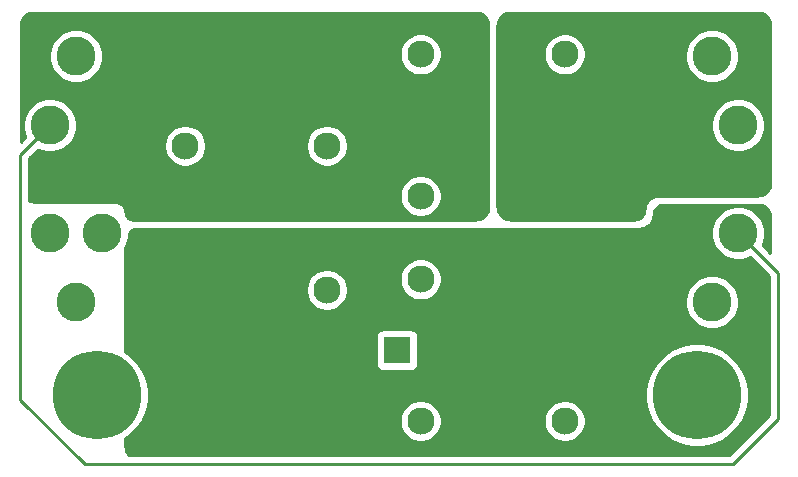
<source format=gtl>
%TF.GenerationSoftware,KiCad,Pcbnew,(5.1.6)-1*%
%TF.CreationDate,2020-12-09T16:37:23-06:00*%
%TF.ProjectId,WiperModule,57697065-724d-46f6-9475-6c652e6b6963,rev?*%
%TF.SameCoordinates,Original*%
%TF.FileFunction,Copper,L1,Top*%
%TF.FilePolarity,Positive*%
%FSLAX46Y46*%
G04 Gerber Fmt 4.6, Leading zero omitted, Abs format (unit mm)*
G04 Created by KiCad (PCBNEW (5.1.6)-1) date 2020-12-09 16:37:23*
%MOMM*%
%LPD*%
G01*
G04 APERTURE LIST*
%TA.AperFunction,ComponentPad*%
%ADD10C,2.300000*%
%TD*%
%TA.AperFunction,ComponentPad*%
%ADD11R,2.300000X2.300000*%
%TD*%
%TA.AperFunction,WasherPad*%
%ADD12C,3.302000*%
%TD*%
%TA.AperFunction,ComponentPad*%
%ADD13C,3.302000*%
%TD*%
%TA.AperFunction,ComponentPad*%
%ADD14C,7.500000*%
%TD*%
%TA.AperFunction,Conductor*%
%ADD15C,0.250000*%
%TD*%
%TA.AperFunction,Conductor*%
%ADD16C,0.254000*%
%TD*%
G04 APERTURE END LIST*
D10*
X160250000Y-99410000D03*
X160250000Y-111410000D03*
X148050000Y-99410000D03*
X148050000Y-111410000D03*
D11*
X146050000Y-105410000D03*
D10*
X160250000Y-80360000D03*
X160250000Y-92360000D03*
X148050000Y-80360000D03*
X148050000Y-92360000D03*
D11*
X146050000Y-86360000D03*
D10*
X140112000Y-100306000D03*
X128112000Y-100306000D03*
X140112000Y-88106000D03*
X128112000Y-88106000D03*
D11*
X134112000Y-86106000D03*
D12*
X118872000Y-101346000D03*
X118872000Y-80518000D03*
D13*
X121094500Y-86372700D03*
X116649500Y-86372700D03*
X116649500Y-95491300D03*
X121094500Y-95491300D03*
D12*
X172720000Y-80518000D03*
X172720000Y-101346000D03*
D13*
X170497500Y-95491300D03*
X174942500Y-95491300D03*
X174942500Y-86372700D03*
X170497500Y-86372700D03*
D14*
X120650000Y-109220000D03*
X171450000Y-109220000D03*
D15*
X114173000Y-88849200D02*
X116649500Y-86372700D01*
X114173000Y-109601000D02*
X114173000Y-88849200D01*
X178308000Y-98856800D02*
X178308000Y-111252000D01*
X178308000Y-111252000D02*
X174498000Y-115062000D01*
X119634000Y-115062000D02*
X114173000Y-109601000D01*
X174942500Y-95491300D02*
X178308000Y-98856800D01*
X174498000Y-115062000D02*
X119634000Y-115062000D01*
D16*
G36*
X176920765Y-76904388D02*
G01*
X177101260Y-76988555D01*
X177264390Y-77102780D01*
X177405220Y-77243610D01*
X177519445Y-77406740D01*
X177603612Y-77587235D01*
X177655157Y-77779605D01*
X177673000Y-77983548D01*
X177673000Y-91180452D01*
X177655157Y-91384395D01*
X177603612Y-91576765D01*
X177519445Y-91757260D01*
X177405220Y-91920390D01*
X177264390Y-92061220D01*
X177101260Y-92175445D01*
X176920765Y-92259612D01*
X176728395Y-92311157D01*
X176524452Y-92329000D01*
X168148000Y-92329000D01*
X168135552Y-92329612D01*
X167937340Y-92349134D01*
X167912922Y-92353991D01*
X167722328Y-92411807D01*
X167699326Y-92421334D01*
X167523673Y-92515223D01*
X167502973Y-92529055D01*
X167349012Y-92655408D01*
X167331408Y-92673012D01*
X167205055Y-92826973D01*
X167191223Y-92847673D01*
X167097334Y-93023326D01*
X167087807Y-93046328D01*
X167029991Y-93236922D01*
X167025134Y-93261340D01*
X166987316Y-93645316D01*
X166936763Y-93811966D01*
X166854664Y-93965562D01*
X166744183Y-94100183D01*
X166609562Y-94210664D01*
X166455966Y-94292763D01*
X166289316Y-94343316D01*
X166109766Y-94361000D01*
X155707548Y-94361000D01*
X155503605Y-94343157D01*
X155311235Y-94291612D01*
X155130740Y-94207445D01*
X154967610Y-94093220D01*
X154826780Y-93952390D01*
X154712555Y-93789260D01*
X154628388Y-93608765D01*
X154576843Y-93416395D01*
X154559000Y-93212452D01*
X154559000Y-86147549D01*
X172656500Y-86147549D01*
X172656500Y-86597851D01*
X172744350Y-87039502D01*
X172916673Y-87455527D01*
X173166848Y-87829940D01*
X173485260Y-88148352D01*
X173859673Y-88398527D01*
X174275698Y-88570850D01*
X174717349Y-88658700D01*
X175167651Y-88658700D01*
X175609302Y-88570850D01*
X176025327Y-88398527D01*
X176399740Y-88148352D01*
X176718152Y-87829940D01*
X176968327Y-87455527D01*
X177140650Y-87039502D01*
X177228500Y-86597851D01*
X177228500Y-86147549D01*
X177140650Y-85705898D01*
X176968327Y-85289873D01*
X176718152Y-84915460D01*
X176399740Y-84597048D01*
X176025327Y-84346873D01*
X175609302Y-84174550D01*
X175167651Y-84086700D01*
X174717349Y-84086700D01*
X174275698Y-84174550D01*
X173859673Y-84346873D01*
X173485260Y-84597048D01*
X173166848Y-84915460D01*
X172916673Y-85289873D01*
X172744350Y-85705898D01*
X172656500Y-86147549D01*
X154559000Y-86147549D01*
X154559000Y-80184193D01*
X158465000Y-80184193D01*
X158465000Y-80535807D01*
X158533596Y-80880665D01*
X158668153Y-81205515D01*
X158863500Y-81497871D01*
X159112129Y-81746500D01*
X159404485Y-81941847D01*
X159729335Y-82076404D01*
X160074193Y-82145000D01*
X160425807Y-82145000D01*
X160770665Y-82076404D01*
X161095515Y-81941847D01*
X161387871Y-81746500D01*
X161636500Y-81497871D01*
X161831847Y-81205515D01*
X161966404Y-80880665D01*
X162035000Y-80535807D01*
X162035000Y-80292849D01*
X170434000Y-80292849D01*
X170434000Y-80743151D01*
X170521850Y-81184802D01*
X170694173Y-81600827D01*
X170944348Y-81975240D01*
X171262760Y-82293652D01*
X171637173Y-82543827D01*
X172053198Y-82716150D01*
X172494849Y-82804000D01*
X172945151Y-82804000D01*
X173386802Y-82716150D01*
X173802827Y-82543827D01*
X174177240Y-82293652D01*
X174495652Y-81975240D01*
X174745827Y-81600827D01*
X174918150Y-81184802D01*
X175006000Y-80743151D01*
X175006000Y-80292849D01*
X174918150Y-79851198D01*
X174745827Y-79435173D01*
X174495652Y-79060760D01*
X174177240Y-78742348D01*
X173802827Y-78492173D01*
X173386802Y-78319850D01*
X172945151Y-78232000D01*
X172494849Y-78232000D01*
X172053198Y-78319850D01*
X171637173Y-78492173D01*
X171262760Y-78742348D01*
X170944348Y-79060760D01*
X170694173Y-79435173D01*
X170521850Y-79851198D01*
X170434000Y-80292849D01*
X162035000Y-80292849D01*
X162035000Y-80184193D01*
X161966404Y-79839335D01*
X161831847Y-79514485D01*
X161636500Y-79222129D01*
X161387871Y-78973500D01*
X161095515Y-78778153D01*
X160770665Y-78643596D01*
X160425807Y-78575000D01*
X160074193Y-78575000D01*
X159729335Y-78643596D01*
X159404485Y-78778153D01*
X159112129Y-78973500D01*
X158863500Y-79222129D01*
X158668153Y-79514485D01*
X158533596Y-79839335D01*
X158465000Y-80184193D01*
X154559000Y-80184193D01*
X154559000Y-77983548D01*
X154576843Y-77779605D01*
X154628388Y-77587235D01*
X154712555Y-77406740D01*
X154826780Y-77243610D01*
X154967610Y-77102780D01*
X155130740Y-76988555D01*
X155311235Y-76904388D01*
X155476895Y-76860000D01*
X176755105Y-76860000D01*
X176920765Y-76904388D01*
G37*
X176920765Y-76904388D02*
X177101260Y-76988555D01*
X177264390Y-77102780D01*
X177405220Y-77243610D01*
X177519445Y-77406740D01*
X177603612Y-77587235D01*
X177655157Y-77779605D01*
X177673000Y-77983548D01*
X177673000Y-91180452D01*
X177655157Y-91384395D01*
X177603612Y-91576765D01*
X177519445Y-91757260D01*
X177405220Y-91920390D01*
X177264390Y-92061220D01*
X177101260Y-92175445D01*
X176920765Y-92259612D01*
X176728395Y-92311157D01*
X176524452Y-92329000D01*
X168148000Y-92329000D01*
X168135552Y-92329612D01*
X167937340Y-92349134D01*
X167912922Y-92353991D01*
X167722328Y-92411807D01*
X167699326Y-92421334D01*
X167523673Y-92515223D01*
X167502973Y-92529055D01*
X167349012Y-92655408D01*
X167331408Y-92673012D01*
X167205055Y-92826973D01*
X167191223Y-92847673D01*
X167097334Y-93023326D01*
X167087807Y-93046328D01*
X167029991Y-93236922D01*
X167025134Y-93261340D01*
X166987316Y-93645316D01*
X166936763Y-93811966D01*
X166854664Y-93965562D01*
X166744183Y-94100183D01*
X166609562Y-94210664D01*
X166455966Y-94292763D01*
X166289316Y-94343316D01*
X166109766Y-94361000D01*
X155707548Y-94361000D01*
X155503605Y-94343157D01*
X155311235Y-94291612D01*
X155130740Y-94207445D01*
X154967610Y-94093220D01*
X154826780Y-93952390D01*
X154712555Y-93789260D01*
X154628388Y-93608765D01*
X154576843Y-93416395D01*
X154559000Y-93212452D01*
X154559000Y-86147549D01*
X172656500Y-86147549D01*
X172656500Y-86597851D01*
X172744350Y-87039502D01*
X172916673Y-87455527D01*
X173166848Y-87829940D01*
X173485260Y-88148352D01*
X173859673Y-88398527D01*
X174275698Y-88570850D01*
X174717349Y-88658700D01*
X175167651Y-88658700D01*
X175609302Y-88570850D01*
X176025327Y-88398527D01*
X176399740Y-88148352D01*
X176718152Y-87829940D01*
X176968327Y-87455527D01*
X177140650Y-87039502D01*
X177228500Y-86597851D01*
X177228500Y-86147549D01*
X177140650Y-85705898D01*
X176968327Y-85289873D01*
X176718152Y-84915460D01*
X176399740Y-84597048D01*
X176025327Y-84346873D01*
X175609302Y-84174550D01*
X175167651Y-84086700D01*
X174717349Y-84086700D01*
X174275698Y-84174550D01*
X173859673Y-84346873D01*
X173485260Y-84597048D01*
X173166848Y-84915460D01*
X172916673Y-85289873D01*
X172744350Y-85705898D01*
X172656500Y-86147549D01*
X154559000Y-86147549D01*
X154559000Y-80184193D01*
X158465000Y-80184193D01*
X158465000Y-80535807D01*
X158533596Y-80880665D01*
X158668153Y-81205515D01*
X158863500Y-81497871D01*
X159112129Y-81746500D01*
X159404485Y-81941847D01*
X159729335Y-82076404D01*
X160074193Y-82145000D01*
X160425807Y-82145000D01*
X160770665Y-82076404D01*
X161095515Y-81941847D01*
X161387871Y-81746500D01*
X161636500Y-81497871D01*
X161831847Y-81205515D01*
X161966404Y-80880665D01*
X162035000Y-80535807D01*
X162035000Y-80292849D01*
X170434000Y-80292849D01*
X170434000Y-80743151D01*
X170521850Y-81184802D01*
X170694173Y-81600827D01*
X170944348Y-81975240D01*
X171262760Y-82293652D01*
X171637173Y-82543827D01*
X172053198Y-82716150D01*
X172494849Y-82804000D01*
X172945151Y-82804000D01*
X173386802Y-82716150D01*
X173802827Y-82543827D01*
X174177240Y-82293652D01*
X174495652Y-81975240D01*
X174745827Y-81600827D01*
X174918150Y-81184802D01*
X175006000Y-80743151D01*
X175006000Y-80292849D01*
X174918150Y-79851198D01*
X174745827Y-79435173D01*
X174495652Y-79060760D01*
X174177240Y-78742348D01*
X173802827Y-78492173D01*
X173386802Y-78319850D01*
X172945151Y-78232000D01*
X172494849Y-78232000D01*
X172053198Y-78319850D01*
X171637173Y-78492173D01*
X171262760Y-78742348D01*
X170944348Y-79060760D01*
X170694173Y-79435173D01*
X170521850Y-79851198D01*
X170434000Y-80292849D01*
X162035000Y-80292849D01*
X162035000Y-80184193D01*
X161966404Y-79839335D01*
X161831847Y-79514485D01*
X161636500Y-79222129D01*
X161387871Y-78973500D01*
X161095515Y-78778153D01*
X160770665Y-78643596D01*
X160425807Y-78575000D01*
X160074193Y-78575000D01*
X159729335Y-78643596D01*
X159404485Y-78778153D01*
X159112129Y-78973500D01*
X158863500Y-79222129D01*
X158668153Y-79514485D01*
X158533596Y-79839335D01*
X158465000Y-80184193D01*
X154559000Y-80184193D01*
X154559000Y-77983548D01*
X154576843Y-77779605D01*
X154628388Y-77587235D01*
X154712555Y-77406740D01*
X154826780Y-77243610D01*
X154967610Y-77102780D01*
X155130740Y-76988555D01*
X155311235Y-76904388D01*
X155476895Y-76860000D01*
X176755105Y-76860000D01*
X176920765Y-76904388D01*
G36*
X176728395Y-93108843D02*
G01*
X176920765Y-93160388D01*
X177101260Y-93244555D01*
X177264390Y-93358780D01*
X177405220Y-93499610D01*
X177519445Y-93662740D01*
X177603612Y-93843235D01*
X177655157Y-94035605D01*
X177673000Y-94239548D01*
X177673000Y-97146998D01*
X177006931Y-96480929D01*
X177140650Y-96158102D01*
X177228500Y-95716451D01*
X177228500Y-95266149D01*
X177140650Y-94824498D01*
X176968327Y-94408473D01*
X176718152Y-94034060D01*
X176399740Y-93715648D01*
X176025327Y-93465473D01*
X175609302Y-93293150D01*
X175167651Y-93205300D01*
X174717349Y-93205300D01*
X174275698Y-93293150D01*
X173859673Y-93465473D01*
X173485260Y-93715648D01*
X173166848Y-94034060D01*
X172916673Y-94408473D01*
X172744350Y-94824498D01*
X172656500Y-95266149D01*
X172656500Y-95716451D01*
X172744350Y-96158102D01*
X172916673Y-96574127D01*
X173166848Y-96948540D01*
X173485260Y-97266952D01*
X173859673Y-97517127D01*
X174275698Y-97689450D01*
X174717349Y-97777300D01*
X175167651Y-97777300D01*
X175609302Y-97689450D01*
X175932129Y-97555731D01*
X177548000Y-99171602D01*
X177548001Y-110937197D01*
X174183199Y-114302000D01*
X123360390Y-114302000D01*
X123330780Y-114272390D01*
X123216555Y-114109260D01*
X123132388Y-113928765D01*
X123080843Y-113736395D01*
X123063000Y-113532452D01*
X123063000Y-112881479D01*
X123445274Y-112626052D01*
X124056052Y-112015274D01*
X124535936Y-111297076D01*
X124561983Y-111234193D01*
X146265000Y-111234193D01*
X146265000Y-111585807D01*
X146333596Y-111930665D01*
X146468153Y-112255515D01*
X146663500Y-112547871D01*
X146912129Y-112796500D01*
X147204485Y-112991847D01*
X147529335Y-113126404D01*
X147874193Y-113195000D01*
X148225807Y-113195000D01*
X148570665Y-113126404D01*
X148895515Y-112991847D01*
X149187871Y-112796500D01*
X149436500Y-112547871D01*
X149631847Y-112255515D01*
X149766404Y-111930665D01*
X149835000Y-111585807D01*
X149835000Y-111234193D01*
X158465000Y-111234193D01*
X158465000Y-111585807D01*
X158533596Y-111930665D01*
X158668153Y-112255515D01*
X158863500Y-112547871D01*
X159112129Y-112796500D01*
X159404485Y-112991847D01*
X159729335Y-113126404D01*
X160074193Y-113195000D01*
X160425807Y-113195000D01*
X160770665Y-113126404D01*
X161095515Y-112991847D01*
X161387871Y-112796500D01*
X161636500Y-112547871D01*
X161831847Y-112255515D01*
X161966404Y-111930665D01*
X162035000Y-111585807D01*
X162035000Y-111234193D01*
X161966404Y-110889335D01*
X161831847Y-110564485D01*
X161636500Y-110272129D01*
X161387871Y-110023500D01*
X161095515Y-109828153D01*
X160770665Y-109693596D01*
X160425807Y-109625000D01*
X160074193Y-109625000D01*
X159729335Y-109693596D01*
X159404485Y-109828153D01*
X159112129Y-110023500D01*
X158863500Y-110272129D01*
X158668153Y-110564485D01*
X158533596Y-110889335D01*
X158465000Y-111234193D01*
X149835000Y-111234193D01*
X149766404Y-110889335D01*
X149631847Y-110564485D01*
X149436500Y-110272129D01*
X149187871Y-110023500D01*
X148895515Y-109828153D01*
X148570665Y-109693596D01*
X148225807Y-109625000D01*
X147874193Y-109625000D01*
X147529335Y-109693596D01*
X147204485Y-109828153D01*
X146912129Y-110023500D01*
X146663500Y-110272129D01*
X146468153Y-110564485D01*
X146333596Y-110889335D01*
X146265000Y-111234193D01*
X124561983Y-111234193D01*
X124866487Y-110499057D01*
X125035000Y-109651885D01*
X125035000Y-108788115D01*
X167065000Y-108788115D01*
X167065000Y-109651885D01*
X167233513Y-110499057D01*
X167564064Y-111297076D01*
X168043948Y-112015274D01*
X168654726Y-112626052D01*
X169372924Y-113105936D01*
X170170943Y-113436487D01*
X171018115Y-113605000D01*
X171881885Y-113605000D01*
X172729057Y-113436487D01*
X173527076Y-113105936D01*
X174245274Y-112626052D01*
X174856052Y-112015274D01*
X175335936Y-111297076D01*
X175666487Y-110499057D01*
X175835000Y-109651885D01*
X175835000Y-108788115D01*
X175666487Y-107940943D01*
X175335936Y-107142924D01*
X174856052Y-106424726D01*
X174245274Y-105813948D01*
X173527076Y-105334064D01*
X172729057Y-105003513D01*
X171881885Y-104835000D01*
X171018115Y-104835000D01*
X170170943Y-105003513D01*
X169372924Y-105334064D01*
X168654726Y-105813948D01*
X168043948Y-106424726D01*
X167564064Y-107142924D01*
X167233513Y-107940943D01*
X167065000Y-108788115D01*
X125035000Y-108788115D01*
X124866487Y-107940943D01*
X124535936Y-107142924D01*
X124056052Y-106424726D01*
X123445274Y-105813948D01*
X123063000Y-105558521D01*
X123063000Y-104260000D01*
X144261928Y-104260000D01*
X144261928Y-106560000D01*
X144274188Y-106684482D01*
X144310498Y-106804180D01*
X144369463Y-106914494D01*
X144448815Y-107011185D01*
X144545506Y-107090537D01*
X144655820Y-107149502D01*
X144775518Y-107185812D01*
X144900000Y-107198072D01*
X147200000Y-107198072D01*
X147324482Y-107185812D01*
X147444180Y-107149502D01*
X147554494Y-107090537D01*
X147651185Y-107011185D01*
X147730537Y-106914494D01*
X147789502Y-106804180D01*
X147825812Y-106684482D01*
X147838072Y-106560000D01*
X147838072Y-104260000D01*
X147825812Y-104135518D01*
X147789502Y-104015820D01*
X147730537Y-103905506D01*
X147651185Y-103808815D01*
X147554494Y-103729463D01*
X147444180Y-103670498D01*
X147324482Y-103634188D01*
X147200000Y-103621928D01*
X144900000Y-103621928D01*
X144775518Y-103634188D01*
X144655820Y-103670498D01*
X144545506Y-103729463D01*
X144448815Y-103808815D01*
X144369463Y-103905506D01*
X144310498Y-104015820D01*
X144274188Y-104135518D01*
X144261928Y-104260000D01*
X123063000Y-104260000D01*
X123063000Y-100130193D01*
X138327000Y-100130193D01*
X138327000Y-100481807D01*
X138395596Y-100826665D01*
X138530153Y-101151515D01*
X138725500Y-101443871D01*
X138974129Y-101692500D01*
X139266485Y-101887847D01*
X139591335Y-102022404D01*
X139936193Y-102091000D01*
X140287807Y-102091000D01*
X140632665Y-102022404D01*
X140957515Y-101887847D01*
X141249871Y-101692500D01*
X141498500Y-101443871D01*
X141693847Y-101151515D01*
X141828404Y-100826665D01*
X141897000Y-100481807D01*
X141897000Y-100130193D01*
X141828404Y-99785335D01*
X141693847Y-99460485D01*
X141542643Y-99234193D01*
X146265000Y-99234193D01*
X146265000Y-99585807D01*
X146333596Y-99930665D01*
X146468153Y-100255515D01*
X146663500Y-100547871D01*
X146912129Y-100796500D01*
X147204485Y-100991847D01*
X147529335Y-101126404D01*
X147874193Y-101195000D01*
X148225807Y-101195000D01*
X148570665Y-101126404D01*
X148584075Y-101120849D01*
X170434000Y-101120849D01*
X170434000Y-101571151D01*
X170521850Y-102012802D01*
X170694173Y-102428827D01*
X170944348Y-102803240D01*
X171262760Y-103121652D01*
X171637173Y-103371827D01*
X172053198Y-103544150D01*
X172494849Y-103632000D01*
X172945151Y-103632000D01*
X173386802Y-103544150D01*
X173802827Y-103371827D01*
X174177240Y-103121652D01*
X174495652Y-102803240D01*
X174745827Y-102428827D01*
X174918150Y-102012802D01*
X175006000Y-101571151D01*
X175006000Y-101120849D01*
X174918150Y-100679198D01*
X174745827Y-100263173D01*
X174495652Y-99888760D01*
X174177240Y-99570348D01*
X173802827Y-99320173D01*
X173386802Y-99147850D01*
X172945151Y-99060000D01*
X172494849Y-99060000D01*
X172053198Y-99147850D01*
X171637173Y-99320173D01*
X171262760Y-99570348D01*
X170944348Y-99888760D01*
X170694173Y-100263173D01*
X170521850Y-100679198D01*
X170434000Y-101120849D01*
X148584075Y-101120849D01*
X148895515Y-100991847D01*
X149187871Y-100796500D01*
X149436500Y-100547871D01*
X149631847Y-100255515D01*
X149766404Y-99930665D01*
X149835000Y-99585807D01*
X149835000Y-99234193D01*
X149766404Y-98889335D01*
X149631847Y-98564485D01*
X149436500Y-98272129D01*
X149187871Y-98023500D01*
X148895515Y-97828153D01*
X148570665Y-97693596D01*
X148225807Y-97625000D01*
X147874193Y-97625000D01*
X147529335Y-97693596D01*
X147204485Y-97828153D01*
X146912129Y-98023500D01*
X146663500Y-98272129D01*
X146468153Y-98564485D01*
X146333596Y-98889335D01*
X146265000Y-99234193D01*
X141542643Y-99234193D01*
X141498500Y-99168129D01*
X141249871Y-98919500D01*
X140957515Y-98724153D01*
X140632665Y-98589596D01*
X140287807Y-98521000D01*
X139936193Y-98521000D01*
X139591335Y-98589596D01*
X139266485Y-98724153D01*
X138974129Y-98919500D01*
X138725500Y-99168129D01*
X138530153Y-99460485D01*
X138395596Y-99785335D01*
X138327000Y-100130193D01*
X123063000Y-100130193D01*
X123063000Y-96659923D01*
X123120327Y-96574127D01*
X123292650Y-96158102D01*
X123380500Y-95716451D01*
X123380500Y-95481890D01*
X123471610Y-95390780D01*
X123634740Y-95276555D01*
X123815235Y-95192388D01*
X124007605Y-95140843D01*
X124211548Y-95123000D01*
X166624000Y-95123000D01*
X166636448Y-95122388D01*
X166834660Y-95102866D01*
X166859078Y-95098009D01*
X167049672Y-95040193D01*
X167072674Y-95030666D01*
X167248327Y-94936777D01*
X167269027Y-94922945D01*
X167422988Y-94796592D01*
X167440592Y-94778988D01*
X167566945Y-94625027D01*
X167580777Y-94604327D01*
X167674666Y-94428674D01*
X167684193Y-94405672D01*
X167742009Y-94215078D01*
X167746866Y-94190660D01*
X167784684Y-93806684D01*
X167835237Y-93640034D01*
X167917336Y-93486438D01*
X168027817Y-93351817D01*
X168162438Y-93241336D01*
X168316034Y-93159237D01*
X168482684Y-93108684D01*
X168662234Y-93091000D01*
X176524452Y-93091000D01*
X176728395Y-93108843D01*
G37*
X176728395Y-93108843D02*
X176920765Y-93160388D01*
X177101260Y-93244555D01*
X177264390Y-93358780D01*
X177405220Y-93499610D01*
X177519445Y-93662740D01*
X177603612Y-93843235D01*
X177655157Y-94035605D01*
X177673000Y-94239548D01*
X177673000Y-97146998D01*
X177006931Y-96480929D01*
X177140650Y-96158102D01*
X177228500Y-95716451D01*
X177228500Y-95266149D01*
X177140650Y-94824498D01*
X176968327Y-94408473D01*
X176718152Y-94034060D01*
X176399740Y-93715648D01*
X176025327Y-93465473D01*
X175609302Y-93293150D01*
X175167651Y-93205300D01*
X174717349Y-93205300D01*
X174275698Y-93293150D01*
X173859673Y-93465473D01*
X173485260Y-93715648D01*
X173166848Y-94034060D01*
X172916673Y-94408473D01*
X172744350Y-94824498D01*
X172656500Y-95266149D01*
X172656500Y-95716451D01*
X172744350Y-96158102D01*
X172916673Y-96574127D01*
X173166848Y-96948540D01*
X173485260Y-97266952D01*
X173859673Y-97517127D01*
X174275698Y-97689450D01*
X174717349Y-97777300D01*
X175167651Y-97777300D01*
X175609302Y-97689450D01*
X175932129Y-97555731D01*
X177548000Y-99171602D01*
X177548001Y-110937197D01*
X174183199Y-114302000D01*
X123360390Y-114302000D01*
X123330780Y-114272390D01*
X123216555Y-114109260D01*
X123132388Y-113928765D01*
X123080843Y-113736395D01*
X123063000Y-113532452D01*
X123063000Y-112881479D01*
X123445274Y-112626052D01*
X124056052Y-112015274D01*
X124535936Y-111297076D01*
X124561983Y-111234193D01*
X146265000Y-111234193D01*
X146265000Y-111585807D01*
X146333596Y-111930665D01*
X146468153Y-112255515D01*
X146663500Y-112547871D01*
X146912129Y-112796500D01*
X147204485Y-112991847D01*
X147529335Y-113126404D01*
X147874193Y-113195000D01*
X148225807Y-113195000D01*
X148570665Y-113126404D01*
X148895515Y-112991847D01*
X149187871Y-112796500D01*
X149436500Y-112547871D01*
X149631847Y-112255515D01*
X149766404Y-111930665D01*
X149835000Y-111585807D01*
X149835000Y-111234193D01*
X158465000Y-111234193D01*
X158465000Y-111585807D01*
X158533596Y-111930665D01*
X158668153Y-112255515D01*
X158863500Y-112547871D01*
X159112129Y-112796500D01*
X159404485Y-112991847D01*
X159729335Y-113126404D01*
X160074193Y-113195000D01*
X160425807Y-113195000D01*
X160770665Y-113126404D01*
X161095515Y-112991847D01*
X161387871Y-112796500D01*
X161636500Y-112547871D01*
X161831847Y-112255515D01*
X161966404Y-111930665D01*
X162035000Y-111585807D01*
X162035000Y-111234193D01*
X161966404Y-110889335D01*
X161831847Y-110564485D01*
X161636500Y-110272129D01*
X161387871Y-110023500D01*
X161095515Y-109828153D01*
X160770665Y-109693596D01*
X160425807Y-109625000D01*
X160074193Y-109625000D01*
X159729335Y-109693596D01*
X159404485Y-109828153D01*
X159112129Y-110023500D01*
X158863500Y-110272129D01*
X158668153Y-110564485D01*
X158533596Y-110889335D01*
X158465000Y-111234193D01*
X149835000Y-111234193D01*
X149766404Y-110889335D01*
X149631847Y-110564485D01*
X149436500Y-110272129D01*
X149187871Y-110023500D01*
X148895515Y-109828153D01*
X148570665Y-109693596D01*
X148225807Y-109625000D01*
X147874193Y-109625000D01*
X147529335Y-109693596D01*
X147204485Y-109828153D01*
X146912129Y-110023500D01*
X146663500Y-110272129D01*
X146468153Y-110564485D01*
X146333596Y-110889335D01*
X146265000Y-111234193D01*
X124561983Y-111234193D01*
X124866487Y-110499057D01*
X125035000Y-109651885D01*
X125035000Y-108788115D01*
X167065000Y-108788115D01*
X167065000Y-109651885D01*
X167233513Y-110499057D01*
X167564064Y-111297076D01*
X168043948Y-112015274D01*
X168654726Y-112626052D01*
X169372924Y-113105936D01*
X170170943Y-113436487D01*
X171018115Y-113605000D01*
X171881885Y-113605000D01*
X172729057Y-113436487D01*
X173527076Y-113105936D01*
X174245274Y-112626052D01*
X174856052Y-112015274D01*
X175335936Y-111297076D01*
X175666487Y-110499057D01*
X175835000Y-109651885D01*
X175835000Y-108788115D01*
X175666487Y-107940943D01*
X175335936Y-107142924D01*
X174856052Y-106424726D01*
X174245274Y-105813948D01*
X173527076Y-105334064D01*
X172729057Y-105003513D01*
X171881885Y-104835000D01*
X171018115Y-104835000D01*
X170170943Y-105003513D01*
X169372924Y-105334064D01*
X168654726Y-105813948D01*
X168043948Y-106424726D01*
X167564064Y-107142924D01*
X167233513Y-107940943D01*
X167065000Y-108788115D01*
X125035000Y-108788115D01*
X124866487Y-107940943D01*
X124535936Y-107142924D01*
X124056052Y-106424726D01*
X123445274Y-105813948D01*
X123063000Y-105558521D01*
X123063000Y-104260000D01*
X144261928Y-104260000D01*
X144261928Y-106560000D01*
X144274188Y-106684482D01*
X144310498Y-106804180D01*
X144369463Y-106914494D01*
X144448815Y-107011185D01*
X144545506Y-107090537D01*
X144655820Y-107149502D01*
X144775518Y-107185812D01*
X144900000Y-107198072D01*
X147200000Y-107198072D01*
X147324482Y-107185812D01*
X147444180Y-107149502D01*
X147554494Y-107090537D01*
X147651185Y-107011185D01*
X147730537Y-106914494D01*
X147789502Y-106804180D01*
X147825812Y-106684482D01*
X147838072Y-106560000D01*
X147838072Y-104260000D01*
X147825812Y-104135518D01*
X147789502Y-104015820D01*
X147730537Y-103905506D01*
X147651185Y-103808815D01*
X147554494Y-103729463D01*
X147444180Y-103670498D01*
X147324482Y-103634188D01*
X147200000Y-103621928D01*
X144900000Y-103621928D01*
X144775518Y-103634188D01*
X144655820Y-103670498D01*
X144545506Y-103729463D01*
X144448815Y-103808815D01*
X144369463Y-103905506D01*
X144310498Y-104015820D01*
X144274188Y-104135518D01*
X144261928Y-104260000D01*
X123063000Y-104260000D01*
X123063000Y-100130193D01*
X138327000Y-100130193D01*
X138327000Y-100481807D01*
X138395596Y-100826665D01*
X138530153Y-101151515D01*
X138725500Y-101443871D01*
X138974129Y-101692500D01*
X139266485Y-101887847D01*
X139591335Y-102022404D01*
X139936193Y-102091000D01*
X140287807Y-102091000D01*
X140632665Y-102022404D01*
X140957515Y-101887847D01*
X141249871Y-101692500D01*
X141498500Y-101443871D01*
X141693847Y-101151515D01*
X141828404Y-100826665D01*
X141897000Y-100481807D01*
X141897000Y-100130193D01*
X141828404Y-99785335D01*
X141693847Y-99460485D01*
X141542643Y-99234193D01*
X146265000Y-99234193D01*
X146265000Y-99585807D01*
X146333596Y-99930665D01*
X146468153Y-100255515D01*
X146663500Y-100547871D01*
X146912129Y-100796500D01*
X147204485Y-100991847D01*
X147529335Y-101126404D01*
X147874193Y-101195000D01*
X148225807Y-101195000D01*
X148570665Y-101126404D01*
X148584075Y-101120849D01*
X170434000Y-101120849D01*
X170434000Y-101571151D01*
X170521850Y-102012802D01*
X170694173Y-102428827D01*
X170944348Y-102803240D01*
X171262760Y-103121652D01*
X171637173Y-103371827D01*
X172053198Y-103544150D01*
X172494849Y-103632000D01*
X172945151Y-103632000D01*
X173386802Y-103544150D01*
X173802827Y-103371827D01*
X174177240Y-103121652D01*
X174495652Y-102803240D01*
X174745827Y-102428827D01*
X174918150Y-102012802D01*
X175006000Y-101571151D01*
X175006000Y-101120849D01*
X174918150Y-100679198D01*
X174745827Y-100263173D01*
X174495652Y-99888760D01*
X174177240Y-99570348D01*
X173802827Y-99320173D01*
X173386802Y-99147850D01*
X172945151Y-99060000D01*
X172494849Y-99060000D01*
X172053198Y-99147850D01*
X171637173Y-99320173D01*
X171262760Y-99570348D01*
X170944348Y-99888760D01*
X170694173Y-100263173D01*
X170521850Y-100679198D01*
X170434000Y-101120849D01*
X148584075Y-101120849D01*
X148895515Y-100991847D01*
X149187871Y-100796500D01*
X149436500Y-100547871D01*
X149631847Y-100255515D01*
X149766404Y-99930665D01*
X149835000Y-99585807D01*
X149835000Y-99234193D01*
X149766404Y-98889335D01*
X149631847Y-98564485D01*
X149436500Y-98272129D01*
X149187871Y-98023500D01*
X148895515Y-97828153D01*
X148570665Y-97693596D01*
X148225807Y-97625000D01*
X147874193Y-97625000D01*
X147529335Y-97693596D01*
X147204485Y-97828153D01*
X146912129Y-98023500D01*
X146663500Y-98272129D01*
X146468153Y-98564485D01*
X146333596Y-98889335D01*
X146265000Y-99234193D01*
X141542643Y-99234193D01*
X141498500Y-99168129D01*
X141249871Y-98919500D01*
X140957515Y-98724153D01*
X140632665Y-98589596D01*
X140287807Y-98521000D01*
X139936193Y-98521000D01*
X139591335Y-98589596D01*
X139266485Y-98724153D01*
X138974129Y-98919500D01*
X138725500Y-99168129D01*
X138530153Y-99460485D01*
X138395596Y-99785335D01*
X138327000Y-100130193D01*
X123063000Y-100130193D01*
X123063000Y-96659923D01*
X123120327Y-96574127D01*
X123292650Y-96158102D01*
X123380500Y-95716451D01*
X123380500Y-95481890D01*
X123471610Y-95390780D01*
X123634740Y-95276555D01*
X123815235Y-95192388D01*
X124007605Y-95140843D01*
X124211548Y-95123000D01*
X166624000Y-95123000D01*
X166636448Y-95122388D01*
X166834660Y-95102866D01*
X166859078Y-95098009D01*
X167049672Y-95040193D01*
X167072674Y-95030666D01*
X167248327Y-94936777D01*
X167269027Y-94922945D01*
X167422988Y-94796592D01*
X167440592Y-94778988D01*
X167566945Y-94625027D01*
X167580777Y-94604327D01*
X167674666Y-94428674D01*
X167684193Y-94405672D01*
X167742009Y-94215078D01*
X167746866Y-94190660D01*
X167784684Y-93806684D01*
X167835237Y-93640034D01*
X167917336Y-93486438D01*
X168027817Y-93351817D01*
X168162438Y-93241336D01*
X168316034Y-93159237D01*
X168482684Y-93108684D01*
X168662234Y-93091000D01*
X176524452Y-93091000D01*
X176728395Y-93108843D01*
G36*
X153044765Y-76904388D02*
G01*
X153225260Y-76988555D01*
X153388390Y-77102780D01*
X153529220Y-77243610D01*
X153643445Y-77406740D01*
X153727612Y-77587235D01*
X153779157Y-77779605D01*
X153797000Y-77983548D01*
X153797000Y-93212452D01*
X153779157Y-93416395D01*
X153727612Y-93608765D01*
X153643445Y-93789260D01*
X153529220Y-93952390D01*
X153388390Y-94093220D01*
X153225260Y-94207445D01*
X153044765Y-94291612D01*
X152852395Y-94343157D01*
X152648452Y-94361000D01*
X123705129Y-94361000D01*
X123556880Y-94344296D01*
X123422833Y-94297391D01*
X123302587Y-94221836D01*
X123202164Y-94121413D01*
X123126609Y-94001167D01*
X123079704Y-93867120D01*
X123043096Y-93542219D01*
X123036768Y-93514493D01*
X122980411Y-93353435D01*
X122968072Y-93327813D01*
X122877290Y-93183333D01*
X122859559Y-93161098D01*
X122738902Y-93040441D01*
X122716667Y-93022710D01*
X122572187Y-92931928D01*
X122546565Y-92919589D01*
X122385507Y-92863232D01*
X122357781Y-92856904D01*
X122188220Y-92837799D01*
X122174000Y-92837000D01*
X115321548Y-92837000D01*
X115117605Y-92819157D01*
X114933000Y-92769693D01*
X114933000Y-92184193D01*
X146265000Y-92184193D01*
X146265000Y-92535807D01*
X146333596Y-92880665D01*
X146468153Y-93205515D01*
X146663500Y-93497871D01*
X146912129Y-93746500D01*
X147204485Y-93941847D01*
X147529335Y-94076404D01*
X147874193Y-94145000D01*
X148225807Y-94145000D01*
X148570665Y-94076404D01*
X148895515Y-93941847D01*
X149187871Y-93746500D01*
X149436500Y-93497871D01*
X149631847Y-93205515D01*
X149766404Y-92880665D01*
X149835000Y-92535807D01*
X149835000Y-92184193D01*
X149766404Y-91839335D01*
X149631847Y-91514485D01*
X149436500Y-91222129D01*
X149187871Y-90973500D01*
X148895515Y-90778153D01*
X148570665Y-90643596D01*
X148225807Y-90575000D01*
X147874193Y-90575000D01*
X147529335Y-90643596D01*
X147204485Y-90778153D01*
X146912129Y-90973500D01*
X146663500Y-91222129D01*
X146468153Y-91514485D01*
X146333596Y-91839335D01*
X146265000Y-92184193D01*
X114933000Y-92184193D01*
X114933000Y-89164001D01*
X115659871Y-88437131D01*
X115982698Y-88570850D01*
X116424349Y-88658700D01*
X116874651Y-88658700D01*
X117316302Y-88570850D01*
X117732327Y-88398527D01*
X118106740Y-88148352D01*
X118324899Y-87930193D01*
X126327000Y-87930193D01*
X126327000Y-88281807D01*
X126395596Y-88626665D01*
X126530153Y-88951515D01*
X126725500Y-89243871D01*
X126974129Y-89492500D01*
X127266485Y-89687847D01*
X127591335Y-89822404D01*
X127936193Y-89891000D01*
X128287807Y-89891000D01*
X128632665Y-89822404D01*
X128957515Y-89687847D01*
X129249871Y-89492500D01*
X129498500Y-89243871D01*
X129693847Y-88951515D01*
X129828404Y-88626665D01*
X129897000Y-88281807D01*
X129897000Y-87930193D01*
X138327000Y-87930193D01*
X138327000Y-88281807D01*
X138395596Y-88626665D01*
X138530153Y-88951515D01*
X138725500Y-89243871D01*
X138974129Y-89492500D01*
X139266485Y-89687847D01*
X139591335Y-89822404D01*
X139936193Y-89891000D01*
X140287807Y-89891000D01*
X140632665Y-89822404D01*
X140957515Y-89687847D01*
X141249871Y-89492500D01*
X141498500Y-89243871D01*
X141693847Y-88951515D01*
X141828404Y-88626665D01*
X141897000Y-88281807D01*
X141897000Y-87930193D01*
X141828404Y-87585335D01*
X141693847Y-87260485D01*
X141498500Y-86968129D01*
X141249871Y-86719500D01*
X140957515Y-86524153D01*
X140632665Y-86389596D01*
X140287807Y-86321000D01*
X139936193Y-86321000D01*
X139591335Y-86389596D01*
X139266485Y-86524153D01*
X138974129Y-86719500D01*
X138725500Y-86968129D01*
X138530153Y-87260485D01*
X138395596Y-87585335D01*
X138327000Y-87930193D01*
X129897000Y-87930193D01*
X129828404Y-87585335D01*
X129693847Y-87260485D01*
X129498500Y-86968129D01*
X129249871Y-86719500D01*
X128957515Y-86524153D01*
X128632665Y-86389596D01*
X128287807Y-86321000D01*
X127936193Y-86321000D01*
X127591335Y-86389596D01*
X127266485Y-86524153D01*
X126974129Y-86719500D01*
X126725500Y-86968129D01*
X126530153Y-87260485D01*
X126395596Y-87585335D01*
X126327000Y-87930193D01*
X118324899Y-87930193D01*
X118425152Y-87829940D01*
X118675327Y-87455527D01*
X118847650Y-87039502D01*
X118935500Y-86597851D01*
X118935500Y-86147549D01*
X118847650Y-85705898D01*
X118675327Y-85289873D01*
X118425152Y-84915460D01*
X118106740Y-84597048D01*
X117732327Y-84346873D01*
X117316302Y-84174550D01*
X116874651Y-84086700D01*
X116424349Y-84086700D01*
X115982698Y-84174550D01*
X115566673Y-84346873D01*
X115192260Y-84597048D01*
X114873848Y-84915460D01*
X114623673Y-85289873D01*
X114451350Y-85705898D01*
X114363500Y-86147549D01*
X114363500Y-86597851D01*
X114451350Y-87039502D01*
X114585069Y-87362329D01*
X114198000Y-87749399D01*
X114198000Y-80292849D01*
X116586000Y-80292849D01*
X116586000Y-80743151D01*
X116673850Y-81184802D01*
X116846173Y-81600827D01*
X117096348Y-81975240D01*
X117414760Y-82293652D01*
X117789173Y-82543827D01*
X118205198Y-82716150D01*
X118646849Y-82804000D01*
X119097151Y-82804000D01*
X119538802Y-82716150D01*
X119954827Y-82543827D01*
X120329240Y-82293652D01*
X120647652Y-81975240D01*
X120897827Y-81600827D01*
X121070150Y-81184802D01*
X121158000Y-80743151D01*
X121158000Y-80292849D01*
X121136387Y-80184193D01*
X146265000Y-80184193D01*
X146265000Y-80535807D01*
X146333596Y-80880665D01*
X146468153Y-81205515D01*
X146663500Y-81497871D01*
X146912129Y-81746500D01*
X147204485Y-81941847D01*
X147529335Y-82076404D01*
X147874193Y-82145000D01*
X148225807Y-82145000D01*
X148570665Y-82076404D01*
X148895515Y-81941847D01*
X149187871Y-81746500D01*
X149436500Y-81497871D01*
X149631847Y-81205515D01*
X149766404Y-80880665D01*
X149835000Y-80535807D01*
X149835000Y-80184193D01*
X149766404Y-79839335D01*
X149631847Y-79514485D01*
X149436500Y-79222129D01*
X149187871Y-78973500D01*
X148895515Y-78778153D01*
X148570665Y-78643596D01*
X148225807Y-78575000D01*
X147874193Y-78575000D01*
X147529335Y-78643596D01*
X147204485Y-78778153D01*
X146912129Y-78973500D01*
X146663500Y-79222129D01*
X146468153Y-79514485D01*
X146333596Y-79839335D01*
X146265000Y-80184193D01*
X121136387Y-80184193D01*
X121070150Y-79851198D01*
X120897827Y-79435173D01*
X120647652Y-79060760D01*
X120329240Y-78742348D01*
X119954827Y-78492173D01*
X119538802Y-78319850D01*
X119097151Y-78232000D01*
X118646849Y-78232000D01*
X118205198Y-78319850D01*
X117789173Y-78492173D01*
X117414760Y-78742348D01*
X117096348Y-79060760D01*
X116846173Y-79435173D01*
X116673850Y-79851198D01*
X116586000Y-80292849D01*
X114198000Y-80292849D01*
X114198000Y-77752895D01*
X114242388Y-77587235D01*
X114326555Y-77406740D01*
X114440780Y-77243610D01*
X114581610Y-77102780D01*
X114744740Y-76988555D01*
X114925235Y-76904388D01*
X115090895Y-76860000D01*
X152879105Y-76860000D01*
X153044765Y-76904388D01*
G37*
X153044765Y-76904388D02*
X153225260Y-76988555D01*
X153388390Y-77102780D01*
X153529220Y-77243610D01*
X153643445Y-77406740D01*
X153727612Y-77587235D01*
X153779157Y-77779605D01*
X153797000Y-77983548D01*
X153797000Y-93212452D01*
X153779157Y-93416395D01*
X153727612Y-93608765D01*
X153643445Y-93789260D01*
X153529220Y-93952390D01*
X153388390Y-94093220D01*
X153225260Y-94207445D01*
X153044765Y-94291612D01*
X152852395Y-94343157D01*
X152648452Y-94361000D01*
X123705129Y-94361000D01*
X123556880Y-94344296D01*
X123422833Y-94297391D01*
X123302587Y-94221836D01*
X123202164Y-94121413D01*
X123126609Y-94001167D01*
X123079704Y-93867120D01*
X123043096Y-93542219D01*
X123036768Y-93514493D01*
X122980411Y-93353435D01*
X122968072Y-93327813D01*
X122877290Y-93183333D01*
X122859559Y-93161098D01*
X122738902Y-93040441D01*
X122716667Y-93022710D01*
X122572187Y-92931928D01*
X122546565Y-92919589D01*
X122385507Y-92863232D01*
X122357781Y-92856904D01*
X122188220Y-92837799D01*
X122174000Y-92837000D01*
X115321548Y-92837000D01*
X115117605Y-92819157D01*
X114933000Y-92769693D01*
X114933000Y-92184193D01*
X146265000Y-92184193D01*
X146265000Y-92535807D01*
X146333596Y-92880665D01*
X146468153Y-93205515D01*
X146663500Y-93497871D01*
X146912129Y-93746500D01*
X147204485Y-93941847D01*
X147529335Y-94076404D01*
X147874193Y-94145000D01*
X148225807Y-94145000D01*
X148570665Y-94076404D01*
X148895515Y-93941847D01*
X149187871Y-93746500D01*
X149436500Y-93497871D01*
X149631847Y-93205515D01*
X149766404Y-92880665D01*
X149835000Y-92535807D01*
X149835000Y-92184193D01*
X149766404Y-91839335D01*
X149631847Y-91514485D01*
X149436500Y-91222129D01*
X149187871Y-90973500D01*
X148895515Y-90778153D01*
X148570665Y-90643596D01*
X148225807Y-90575000D01*
X147874193Y-90575000D01*
X147529335Y-90643596D01*
X147204485Y-90778153D01*
X146912129Y-90973500D01*
X146663500Y-91222129D01*
X146468153Y-91514485D01*
X146333596Y-91839335D01*
X146265000Y-92184193D01*
X114933000Y-92184193D01*
X114933000Y-89164001D01*
X115659871Y-88437131D01*
X115982698Y-88570850D01*
X116424349Y-88658700D01*
X116874651Y-88658700D01*
X117316302Y-88570850D01*
X117732327Y-88398527D01*
X118106740Y-88148352D01*
X118324899Y-87930193D01*
X126327000Y-87930193D01*
X126327000Y-88281807D01*
X126395596Y-88626665D01*
X126530153Y-88951515D01*
X126725500Y-89243871D01*
X126974129Y-89492500D01*
X127266485Y-89687847D01*
X127591335Y-89822404D01*
X127936193Y-89891000D01*
X128287807Y-89891000D01*
X128632665Y-89822404D01*
X128957515Y-89687847D01*
X129249871Y-89492500D01*
X129498500Y-89243871D01*
X129693847Y-88951515D01*
X129828404Y-88626665D01*
X129897000Y-88281807D01*
X129897000Y-87930193D01*
X138327000Y-87930193D01*
X138327000Y-88281807D01*
X138395596Y-88626665D01*
X138530153Y-88951515D01*
X138725500Y-89243871D01*
X138974129Y-89492500D01*
X139266485Y-89687847D01*
X139591335Y-89822404D01*
X139936193Y-89891000D01*
X140287807Y-89891000D01*
X140632665Y-89822404D01*
X140957515Y-89687847D01*
X141249871Y-89492500D01*
X141498500Y-89243871D01*
X141693847Y-88951515D01*
X141828404Y-88626665D01*
X141897000Y-88281807D01*
X141897000Y-87930193D01*
X141828404Y-87585335D01*
X141693847Y-87260485D01*
X141498500Y-86968129D01*
X141249871Y-86719500D01*
X140957515Y-86524153D01*
X140632665Y-86389596D01*
X140287807Y-86321000D01*
X139936193Y-86321000D01*
X139591335Y-86389596D01*
X139266485Y-86524153D01*
X138974129Y-86719500D01*
X138725500Y-86968129D01*
X138530153Y-87260485D01*
X138395596Y-87585335D01*
X138327000Y-87930193D01*
X129897000Y-87930193D01*
X129828404Y-87585335D01*
X129693847Y-87260485D01*
X129498500Y-86968129D01*
X129249871Y-86719500D01*
X128957515Y-86524153D01*
X128632665Y-86389596D01*
X128287807Y-86321000D01*
X127936193Y-86321000D01*
X127591335Y-86389596D01*
X127266485Y-86524153D01*
X126974129Y-86719500D01*
X126725500Y-86968129D01*
X126530153Y-87260485D01*
X126395596Y-87585335D01*
X126327000Y-87930193D01*
X118324899Y-87930193D01*
X118425152Y-87829940D01*
X118675327Y-87455527D01*
X118847650Y-87039502D01*
X118935500Y-86597851D01*
X118935500Y-86147549D01*
X118847650Y-85705898D01*
X118675327Y-85289873D01*
X118425152Y-84915460D01*
X118106740Y-84597048D01*
X117732327Y-84346873D01*
X117316302Y-84174550D01*
X116874651Y-84086700D01*
X116424349Y-84086700D01*
X115982698Y-84174550D01*
X115566673Y-84346873D01*
X115192260Y-84597048D01*
X114873848Y-84915460D01*
X114623673Y-85289873D01*
X114451350Y-85705898D01*
X114363500Y-86147549D01*
X114363500Y-86597851D01*
X114451350Y-87039502D01*
X114585069Y-87362329D01*
X114198000Y-87749399D01*
X114198000Y-80292849D01*
X116586000Y-80292849D01*
X116586000Y-80743151D01*
X116673850Y-81184802D01*
X116846173Y-81600827D01*
X117096348Y-81975240D01*
X117414760Y-82293652D01*
X117789173Y-82543827D01*
X118205198Y-82716150D01*
X118646849Y-82804000D01*
X119097151Y-82804000D01*
X119538802Y-82716150D01*
X119954827Y-82543827D01*
X120329240Y-82293652D01*
X120647652Y-81975240D01*
X120897827Y-81600827D01*
X121070150Y-81184802D01*
X121158000Y-80743151D01*
X121158000Y-80292849D01*
X121136387Y-80184193D01*
X146265000Y-80184193D01*
X146265000Y-80535807D01*
X146333596Y-80880665D01*
X146468153Y-81205515D01*
X146663500Y-81497871D01*
X146912129Y-81746500D01*
X147204485Y-81941847D01*
X147529335Y-82076404D01*
X147874193Y-82145000D01*
X148225807Y-82145000D01*
X148570665Y-82076404D01*
X148895515Y-81941847D01*
X149187871Y-81746500D01*
X149436500Y-81497871D01*
X149631847Y-81205515D01*
X149766404Y-80880665D01*
X149835000Y-80535807D01*
X149835000Y-80184193D01*
X149766404Y-79839335D01*
X149631847Y-79514485D01*
X149436500Y-79222129D01*
X149187871Y-78973500D01*
X148895515Y-78778153D01*
X148570665Y-78643596D01*
X148225807Y-78575000D01*
X147874193Y-78575000D01*
X147529335Y-78643596D01*
X147204485Y-78778153D01*
X146912129Y-78973500D01*
X146663500Y-79222129D01*
X146468153Y-79514485D01*
X146333596Y-79839335D01*
X146265000Y-80184193D01*
X121136387Y-80184193D01*
X121070150Y-79851198D01*
X120897827Y-79435173D01*
X120647652Y-79060760D01*
X120329240Y-78742348D01*
X119954827Y-78492173D01*
X119538802Y-78319850D01*
X119097151Y-78232000D01*
X118646849Y-78232000D01*
X118205198Y-78319850D01*
X117789173Y-78492173D01*
X117414760Y-78742348D01*
X117096348Y-79060760D01*
X116846173Y-79435173D01*
X116673850Y-79851198D01*
X116586000Y-80292849D01*
X114198000Y-80292849D01*
X114198000Y-77752895D01*
X114242388Y-77587235D01*
X114326555Y-77406740D01*
X114440780Y-77243610D01*
X114581610Y-77102780D01*
X114744740Y-76988555D01*
X114925235Y-76904388D01*
X115090895Y-76860000D01*
X152879105Y-76860000D01*
X153044765Y-76904388D01*
M02*

</source>
